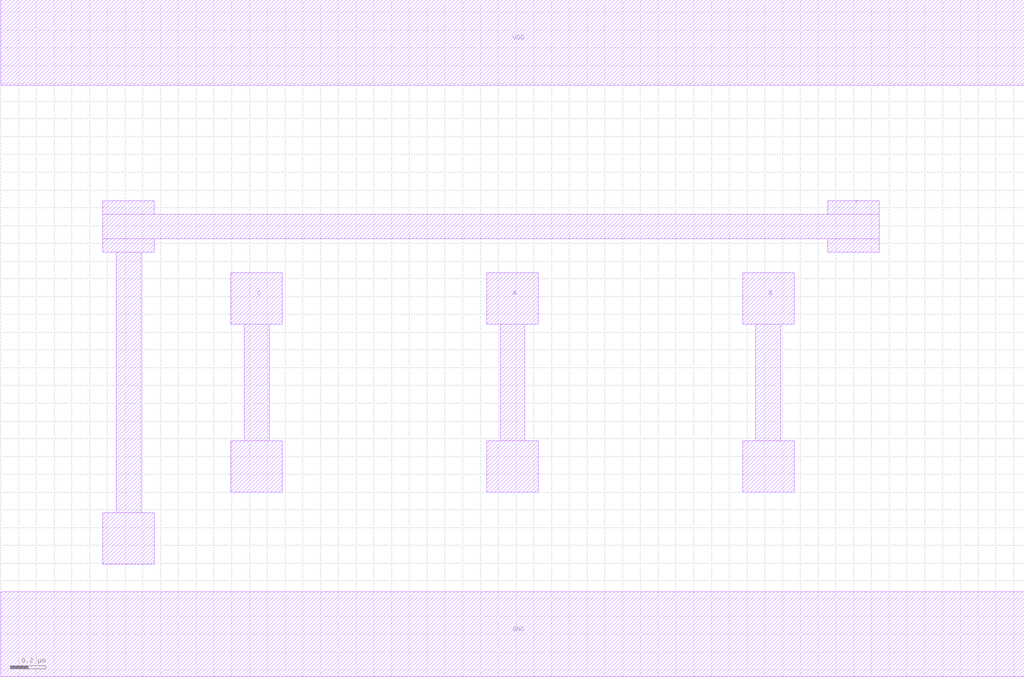
<source format=lef>
MACRO OAI21X1
 CLASS CORE ;
 FOREIGN OAI21X1 0 0 ;
 ORIGIN 0 0 ;
 SYMMETRY X Y R90 ;
 SITE CORE ;
  PIN VDD
   DIRECTION INOUT ;
   USE SIGNAL ;
   SHAPE ABUTMENT ;
    PORT
     CLASS CORE ;
       LAYER metal2 ;
        RECT 0.00000000 3.09000000 5.76000000 3.57000000 ;
    END
  END VDD

  PIN GND
   DIRECTION INOUT ;
   USE SIGNAL ;
   SHAPE ABUTMENT ;
    PORT
     CLASS CORE ;
       LAYER metal2 ;
        RECT 0.00000000 -0.24000000 5.76000000 0.24000000 ;
    END
  END GND

  PIN Y
   DIRECTION INOUT ;
   USE SIGNAL ;
   SHAPE ABUTMENT ;
    PORT
     CLASS CORE ;
       LAYER metal2 ;
        RECT 0.57500000 0.39500000 0.86500000 0.68500000 ;
        RECT 0.65000000 0.68500000 0.79000000 2.15000000 ;
        RECT 0.57500000 2.15000000 0.86500000 2.22500000 ;
        RECT 4.65500000 2.15000000 4.94500000 2.22500000 ;
        RECT 0.57500000 2.22500000 4.94500000 2.36500000 ;
        RECT 0.57500000 2.36500000 0.86500000 2.44000000 ;
        RECT 4.65500000 2.36500000 4.94500000 2.44000000 ;
    END
  END Y

  PIN A
   DIRECTION INOUT ;
   USE SIGNAL ;
   SHAPE ABUTMENT ;
    PORT
     CLASS CORE ;
       LAYER metal2 ;
        RECT 2.73500000 0.80000000 3.02500000 1.09000000 ;
        RECT 2.81000000 1.09000000 2.95000000 1.74500000 ;
        RECT 2.73500000 1.74500000 3.02500000 2.03500000 ;
    END
  END A

  PIN C
   DIRECTION INOUT ;
   USE SIGNAL ;
   SHAPE ABUTMENT ;
    PORT
     CLASS CORE ;
       LAYER metal2 ;
        RECT 1.29500000 0.80000000 1.58500000 1.09000000 ;
        RECT 1.37000000 1.09000000 1.51000000 1.74500000 ;
        RECT 1.29500000 1.74500000 1.58500000 2.03500000 ;
    END
  END C

  PIN B
   DIRECTION INOUT ;
   USE SIGNAL ;
   SHAPE ABUTMENT ;
    PORT
     CLASS CORE ;
       LAYER metal2 ;
        RECT 4.17500000 0.80000000 4.46500000 1.09000000 ;
        RECT 4.25000000 1.09000000 4.39000000 1.74500000 ;
        RECT 4.17500000 1.74500000 4.46500000 2.03500000 ;
    END
  END B


END OAI21X1

</source>
